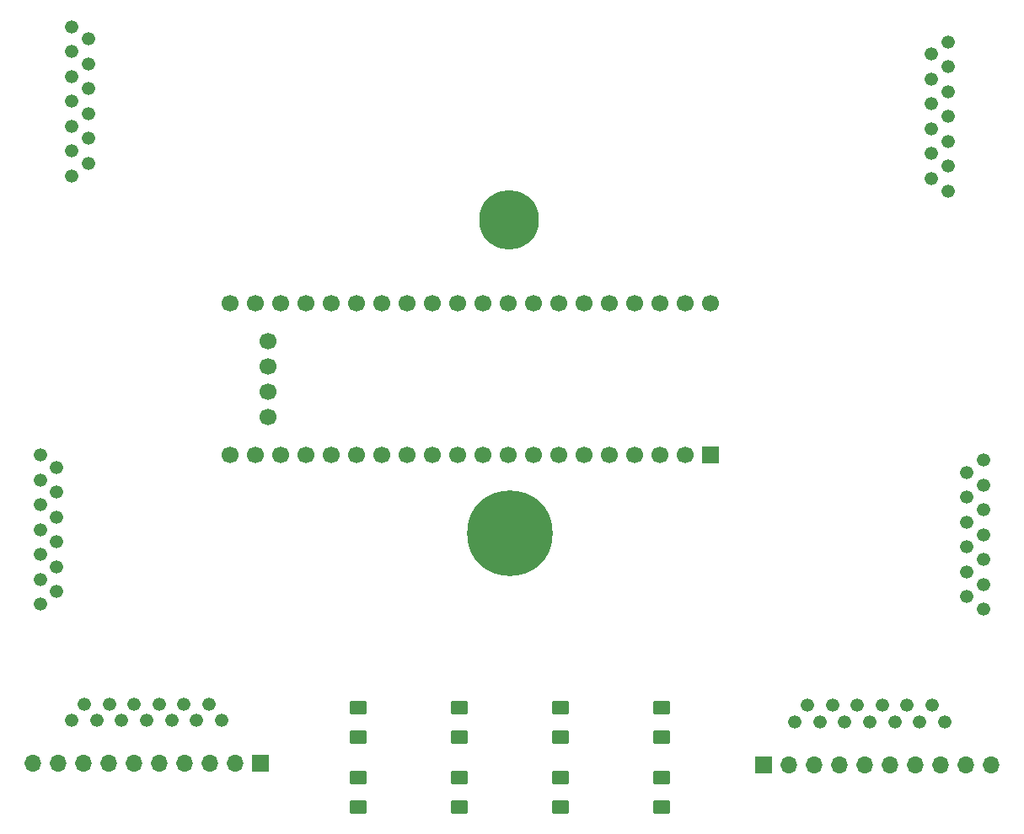
<source format=gts>
G04 #@! TF.GenerationSoftware,KiCad,Pcbnew,(6.0.1-0)*
G04 #@! TF.CreationDate,2022-08-05T19:05:08-07:00*
G04 #@! TF.ProjectId,kint,6b696e74-2e6b-4696-9361-645f70636258,rev?*
G04 #@! TF.SameCoordinates,Original*
G04 #@! TF.FileFunction,Soldermask,Top*
G04 #@! TF.FilePolarity,Negative*
%FSLAX46Y46*%
G04 Gerber Fmt 4.6, Leading zero omitted, Abs format (unit mm)*
G04 Created by KiCad (PCBNEW (6.0.1-0)) date 2022-08-05 19:05:08*
%MOMM*%
%LPD*%
G01*
G04 APERTURE LIST*
G04 Aperture macros list*
%AMRoundRect*
0 Rectangle with rounded corners*
0 $1 Rounding radius*
0 $2 $3 $4 $5 $6 $7 $8 $9 X,Y pos of 4 corners*
0 Add a 4 corners polygon primitive as box body*
4,1,4,$2,$3,$4,$5,$6,$7,$8,$9,$2,$3,0*
0 Add four circle primitives for the rounded corners*
1,1,$1+$1,$2,$3*
1,1,$1+$1,$4,$5*
1,1,$1+$1,$6,$7*
1,1,$1+$1,$8,$9*
0 Add four rect primitives between the rounded corners*
20,1,$1+$1,$2,$3,$4,$5,0*
20,1,$1+$1,$4,$5,$6,$7,0*
20,1,$1+$1,$6,$7,$8,$9,0*
20,1,$1+$1,$8,$9,$2,$3,0*%
G04 Aperture macros list end*
%ADD10RoundRect,0.250001X-0.624999X0.462499X-0.624999X-0.462499X0.624999X-0.462499X0.624999X0.462499X0*%
%ADD11C,6.000000*%
%ADD12C,8.600000*%
%ADD13C,1.327000*%
%ADD14R,1.700000X1.700000*%
%ADD15O,1.700000X1.700000*%
%ADD16C,1.700000*%
G04 APERTURE END LIST*
D10*
X133251100Y-142516100D03*
X133251100Y-145491100D03*
X143451100Y-142516100D03*
X143451100Y-145491100D03*
X153551100Y-142516100D03*
X153551100Y-145491100D03*
X163751100Y-142516100D03*
X163751100Y-145491100D03*
X143451100Y-135516100D03*
X143451100Y-138491100D03*
X153551100Y-135516100D03*
X153551100Y-138491100D03*
X133251100Y-135516100D03*
X133251100Y-138491100D03*
X163751100Y-135516100D03*
X163751100Y-138491100D03*
D11*
X148463000Y-86487000D03*
D12*
X148501100Y-118003600D03*
D13*
X101346000Y-110102000D03*
X102996000Y-111352000D03*
X101346000Y-112602000D03*
X102996000Y-113852000D03*
X101346000Y-115102000D03*
X102996000Y-116352000D03*
X101346000Y-117602000D03*
X102996000Y-118852000D03*
X101346000Y-120102000D03*
X102996000Y-121352000D03*
X101346000Y-122602000D03*
X102996000Y-123852000D03*
X101346000Y-125102000D03*
X104521000Y-67049000D03*
X106171000Y-68299000D03*
X104521000Y-69549000D03*
X106171000Y-70799000D03*
X104521000Y-72049000D03*
X106171000Y-73299000D03*
X104521000Y-74549000D03*
X106171000Y-75799000D03*
X104521000Y-77049000D03*
X106171000Y-78299000D03*
X104521000Y-79549000D03*
X106171000Y-80799000D03*
X104521000Y-82049000D03*
X196088000Y-125610000D03*
X194438000Y-124360000D03*
X196088000Y-123110000D03*
X194438000Y-121860000D03*
X196088000Y-120610000D03*
X194438000Y-119360000D03*
X196088000Y-118110000D03*
X194438000Y-116860000D03*
X196088000Y-115610000D03*
X194438000Y-114360000D03*
X196088000Y-113110000D03*
X194438000Y-111860000D03*
X196088000Y-110610000D03*
X192532000Y-83573000D03*
X190882000Y-82323000D03*
X192532000Y-81073000D03*
X190882000Y-79823000D03*
X192532000Y-78573000D03*
X190882000Y-77323000D03*
X192532000Y-76073000D03*
X190882000Y-74823000D03*
X192532000Y-73573000D03*
X190882000Y-72323000D03*
X192532000Y-71073000D03*
X190882000Y-69823000D03*
X192532000Y-68573000D03*
X104514000Y-136779000D03*
X105764000Y-135129000D03*
X107014000Y-136779000D03*
X108264000Y-135129000D03*
X109514000Y-136779000D03*
X110764000Y-135129000D03*
X112014000Y-136779000D03*
X113264000Y-135129000D03*
X114514000Y-136779000D03*
X115764000Y-135129000D03*
X117014000Y-136779000D03*
X118264000Y-135129000D03*
X119514000Y-136779000D03*
X177158000Y-136906000D03*
X178408000Y-135256000D03*
X179658000Y-136906000D03*
X180908000Y-135256000D03*
X182158000Y-136906000D03*
X183408000Y-135256000D03*
X184658000Y-136906000D03*
X185908000Y-135256000D03*
X187158000Y-136906000D03*
X188408000Y-135256000D03*
X189658000Y-136906000D03*
X190908000Y-135256000D03*
X192158000Y-136906000D03*
D14*
X173995000Y-141224000D03*
D15*
X176535000Y-141224000D03*
X179075000Y-141224000D03*
X181615000Y-141224000D03*
X184155000Y-141224000D03*
X186695000Y-141224000D03*
X189235000Y-141224000D03*
X191775000Y-141224000D03*
X194315000Y-141224000D03*
X196855000Y-141224000D03*
D14*
X123444000Y-141097000D03*
D15*
X120904000Y-141097000D03*
X118364000Y-141097000D03*
X115824000Y-141097000D03*
X113284000Y-141097000D03*
X110744000Y-141097000D03*
X108204000Y-141097000D03*
X105664000Y-141097000D03*
X103124000Y-141097000D03*
X100584000Y-141097000D03*
D14*
X168630000Y-110120000D03*
D16*
X166090000Y-110120000D03*
X163550000Y-110120000D03*
X161010000Y-110120000D03*
X158470000Y-110120000D03*
X155930000Y-110120000D03*
X153390000Y-110120000D03*
X150850000Y-110120000D03*
X148310000Y-110120000D03*
X145770000Y-110120000D03*
X143230000Y-110120000D03*
X140690000Y-110120000D03*
X138150000Y-110120000D03*
X135610000Y-110120000D03*
X133070000Y-110120000D03*
X130530000Y-110120000D03*
X127990000Y-110120000D03*
X125450000Y-110120000D03*
X122910000Y-110120000D03*
X120370000Y-110120000D03*
X120370000Y-94880000D03*
X122910000Y-94880000D03*
X125450000Y-94880000D03*
X127990000Y-94880000D03*
X130530000Y-94880000D03*
X133070000Y-94880000D03*
X135610000Y-94880000D03*
X138150000Y-94880000D03*
X140690000Y-94880000D03*
X143230000Y-94880000D03*
X145770000Y-94880000D03*
X148310000Y-94880000D03*
X150850000Y-94880000D03*
X153390000Y-94880000D03*
X155930000Y-94880000D03*
X158470000Y-94880000D03*
X161010000Y-94880000D03*
X163550000Y-94880000D03*
X166090000Y-94880000D03*
X168630000Y-94880000D03*
X124181000Y-98688000D03*
X124181000Y-101228000D03*
X124181000Y-103768000D03*
X124181000Y-106308000D03*
M02*

</source>
